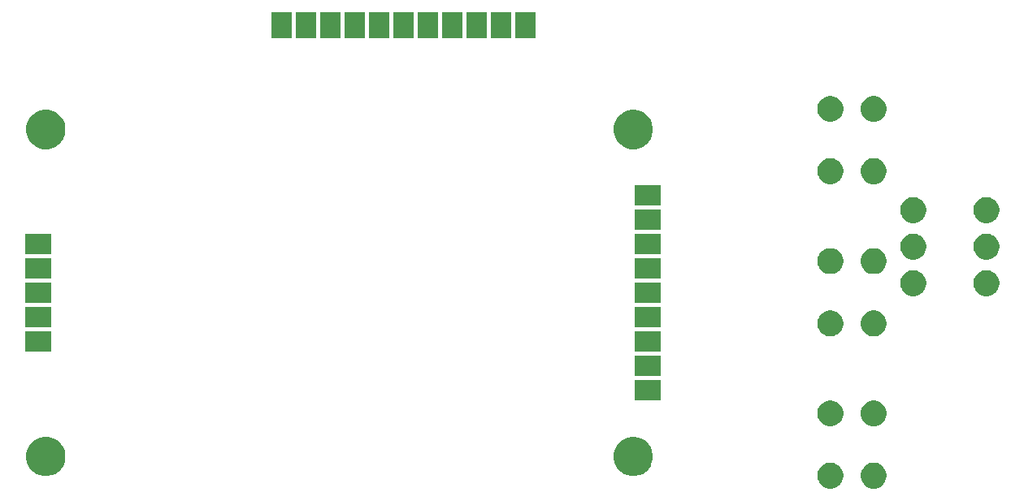
<source format=gbr>
G04 #@! TF.GenerationSoftware,KiCad,Pcbnew,(5.1.2)-1*
G04 #@! TF.CreationDate,2019-05-13T07:20:01+02:00*
G04 #@! TF.ProjectId,lcd board,6c636420-626f-4617-9264-2e6b69636164,rev?*
G04 #@! TF.SameCoordinates,Original*
G04 #@! TF.FileFunction,Soldermask,Top*
G04 #@! TF.FilePolarity,Negative*
%FSLAX46Y46*%
G04 Gerber Fmt 4.6, Leading zero omitted, Abs format (unit mm)*
G04 Created by KiCad (PCBNEW (5.1.2)-1) date 2019-05-13 07:20:01*
%MOMM*%
%LPD*%
G04 APERTURE LIST*
%ADD10C,0.100000*%
G04 APERTURE END LIST*
D10*
G36*
X181424072Y-55850918D02*
G01*
X181669939Y-55952759D01*
X181891212Y-56100610D01*
X182079390Y-56288788D01*
X182227241Y-56510061D01*
X182329082Y-56755928D01*
X182381000Y-57016938D01*
X182381000Y-57283062D01*
X182329082Y-57544072D01*
X182227241Y-57789939D01*
X182079390Y-58011212D01*
X181891212Y-58199390D01*
X181669939Y-58347241D01*
X181669938Y-58347242D01*
X181669937Y-58347242D01*
X181424072Y-58449082D01*
X181163063Y-58501000D01*
X180896937Y-58501000D01*
X180635928Y-58449082D01*
X180390063Y-58347242D01*
X180390062Y-58347242D01*
X180390061Y-58347241D01*
X180168788Y-58199390D01*
X179980610Y-58011212D01*
X179832759Y-57789939D01*
X179730918Y-57544072D01*
X179679000Y-57283062D01*
X179679000Y-57016938D01*
X179730918Y-56755928D01*
X179832759Y-56510061D01*
X179980610Y-56288788D01*
X180168788Y-56100610D01*
X180390061Y-55952759D01*
X180635928Y-55850918D01*
X180896937Y-55799000D01*
X181163063Y-55799000D01*
X181424072Y-55850918D01*
X181424072Y-55850918D01*
G37*
G36*
X176924072Y-55850918D02*
G01*
X177169939Y-55952759D01*
X177391212Y-56100610D01*
X177579390Y-56288788D01*
X177727241Y-56510061D01*
X177829082Y-56755928D01*
X177881000Y-57016938D01*
X177881000Y-57283062D01*
X177829082Y-57544072D01*
X177727241Y-57789939D01*
X177579390Y-58011212D01*
X177391212Y-58199390D01*
X177169939Y-58347241D01*
X177169938Y-58347242D01*
X177169937Y-58347242D01*
X176924072Y-58449082D01*
X176663063Y-58501000D01*
X176396937Y-58501000D01*
X176135928Y-58449082D01*
X175890063Y-58347242D01*
X175890062Y-58347242D01*
X175890061Y-58347241D01*
X175668788Y-58199390D01*
X175480610Y-58011212D01*
X175332759Y-57789939D01*
X175230918Y-57544072D01*
X175179000Y-57283062D01*
X175179000Y-57016938D01*
X175230918Y-56755928D01*
X175332759Y-56510061D01*
X175480610Y-56288788D01*
X175668788Y-56100610D01*
X175890061Y-55952759D01*
X176135928Y-55850918D01*
X176396937Y-55799000D01*
X176663063Y-55799000D01*
X176924072Y-55850918D01*
X176924072Y-55850918D01*
G37*
G36*
X95378254Y-53177818D02*
G01*
X95751511Y-53332426D01*
X95751513Y-53332427D01*
X96087436Y-53556884D01*
X96373116Y-53842564D01*
X96597574Y-54178489D01*
X96752182Y-54551746D01*
X96831000Y-54947993D01*
X96831000Y-55352007D01*
X96752182Y-55748254D01*
X96667473Y-55952759D01*
X96597573Y-56121513D01*
X96373116Y-56457436D01*
X96087436Y-56743116D01*
X95751513Y-56967573D01*
X95751512Y-56967574D01*
X95751511Y-56967574D01*
X95378254Y-57122182D01*
X94982007Y-57201000D01*
X94577993Y-57201000D01*
X94181746Y-57122182D01*
X93808489Y-56967574D01*
X93808488Y-56967574D01*
X93808487Y-56967573D01*
X93472564Y-56743116D01*
X93186884Y-56457436D01*
X92962427Y-56121513D01*
X92892527Y-55952759D01*
X92807818Y-55748254D01*
X92729000Y-55352007D01*
X92729000Y-54947993D01*
X92807818Y-54551746D01*
X92962426Y-54178489D01*
X93186884Y-53842564D01*
X93472564Y-53556884D01*
X93808487Y-53332427D01*
X93808489Y-53332426D01*
X94181746Y-53177818D01*
X94577993Y-53099000D01*
X94982007Y-53099000D01*
X95378254Y-53177818D01*
X95378254Y-53177818D01*
G37*
G36*
X156578254Y-53177818D02*
G01*
X156951511Y-53332426D01*
X156951513Y-53332427D01*
X157287436Y-53556884D01*
X157573116Y-53842564D01*
X157797574Y-54178489D01*
X157952182Y-54551746D01*
X158031000Y-54947993D01*
X158031000Y-55352007D01*
X157952182Y-55748254D01*
X157867473Y-55952759D01*
X157797573Y-56121513D01*
X157573116Y-56457436D01*
X157287436Y-56743116D01*
X156951513Y-56967573D01*
X156951512Y-56967574D01*
X156951511Y-56967574D01*
X156578254Y-57122182D01*
X156182007Y-57201000D01*
X155777993Y-57201000D01*
X155381746Y-57122182D01*
X155008489Y-56967574D01*
X155008488Y-56967574D01*
X155008487Y-56967573D01*
X154672564Y-56743116D01*
X154386884Y-56457436D01*
X154162427Y-56121513D01*
X154092527Y-55952759D01*
X154007818Y-55748254D01*
X153929000Y-55352007D01*
X153929000Y-54947993D01*
X154007818Y-54551746D01*
X154162426Y-54178489D01*
X154386884Y-53842564D01*
X154672564Y-53556884D01*
X155008487Y-53332427D01*
X155008489Y-53332426D01*
X155381746Y-53177818D01*
X155777993Y-53099000D01*
X156182007Y-53099000D01*
X156578254Y-53177818D01*
X156578254Y-53177818D01*
G37*
G36*
X181424072Y-49350918D02*
G01*
X181669939Y-49452759D01*
X181891212Y-49600610D01*
X182079390Y-49788788D01*
X182227241Y-50010061D01*
X182329082Y-50255928D01*
X182381000Y-50516938D01*
X182381000Y-50783062D01*
X182329082Y-51044072D01*
X182227241Y-51289939D01*
X182079390Y-51511212D01*
X181891212Y-51699390D01*
X181669939Y-51847241D01*
X181669938Y-51847242D01*
X181669937Y-51847242D01*
X181424072Y-51949082D01*
X181163063Y-52001000D01*
X180896937Y-52001000D01*
X180635928Y-51949082D01*
X180390063Y-51847242D01*
X180390062Y-51847242D01*
X180390061Y-51847241D01*
X180168788Y-51699390D01*
X179980610Y-51511212D01*
X179832759Y-51289939D01*
X179730918Y-51044072D01*
X179679000Y-50783062D01*
X179679000Y-50516938D01*
X179730918Y-50255928D01*
X179832759Y-50010061D01*
X179980610Y-49788788D01*
X180168788Y-49600610D01*
X180390061Y-49452759D01*
X180635928Y-49350918D01*
X180896937Y-49299000D01*
X181163063Y-49299000D01*
X181424072Y-49350918D01*
X181424072Y-49350918D01*
G37*
G36*
X176924072Y-49350918D02*
G01*
X177169939Y-49452759D01*
X177391212Y-49600610D01*
X177579390Y-49788788D01*
X177727241Y-50010061D01*
X177829082Y-50255928D01*
X177881000Y-50516938D01*
X177881000Y-50783062D01*
X177829082Y-51044072D01*
X177727241Y-51289939D01*
X177579390Y-51511212D01*
X177391212Y-51699390D01*
X177169939Y-51847241D01*
X177169938Y-51847242D01*
X177169937Y-51847242D01*
X176924072Y-51949082D01*
X176663063Y-52001000D01*
X176396937Y-52001000D01*
X176135928Y-51949082D01*
X175890063Y-51847242D01*
X175890062Y-51847242D01*
X175890061Y-51847241D01*
X175668788Y-51699390D01*
X175480610Y-51511212D01*
X175332759Y-51289939D01*
X175230918Y-51044072D01*
X175179000Y-50783062D01*
X175179000Y-50516938D01*
X175230918Y-50255928D01*
X175332759Y-50010061D01*
X175480610Y-49788788D01*
X175668788Y-49600610D01*
X175890061Y-49452759D01*
X176135928Y-49350918D01*
X176396937Y-49299000D01*
X176663063Y-49299000D01*
X176924072Y-49350918D01*
X176924072Y-49350918D01*
G37*
G36*
X158831000Y-49311000D02*
G01*
X156129000Y-49311000D01*
X156129000Y-47209000D01*
X158831000Y-47209000D01*
X158831000Y-49311000D01*
X158831000Y-49311000D01*
G37*
G36*
X158831000Y-46771000D02*
G01*
X156129000Y-46771000D01*
X156129000Y-44669000D01*
X158831000Y-44669000D01*
X158831000Y-46771000D01*
X158831000Y-46771000D01*
G37*
G36*
X158831000Y-44231000D02*
G01*
X156129000Y-44231000D01*
X156129000Y-42129000D01*
X158831000Y-42129000D01*
X158831000Y-44231000D01*
X158831000Y-44231000D01*
G37*
G36*
X95311000Y-44231000D02*
G01*
X92609000Y-44231000D01*
X92609000Y-42129000D01*
X95311000Y-42129000D01*
X95311000Y-44231000D01*
X95311000Y-44231000D01*
G37*
G36*
X181424072Y-39975918D02*
G01*
X181669939Y-40077759D01*
X181891212Y-40225610D01*
X182079390Y-40413788D01*
X182227241Y-40635061D01*
X182329082Y-40880928D01*
X182381000Y-41141938D01*
X182381000Y-41408062D01*
X182329082Y-41669072D01*
X182227241Y-41914939D01*
X182079390Y-42136212D01*
X181891212Y-42324390D01*
X181669939Y-42472241D01*
X181669938Y-42472242D01*
X181669937Y-42472242D01*
X181424072Y-42574082D01*
X181163063Y-42626000D01*
X180896937Y-42626000D01*
X180635928Y-42574082D01*
X180390063Y-42472242D01*
X180390062Y-42472242D01*
X180390061Y-42472241D01*
X180168788Y-42324390D01*
X179980610Y-42136212D01*
X179832759Y-41914939D01*
X179730918Y-41669072D01*
X179679000Y-41408062D01*
X179679000Y-41141938D01*
X179730918Y-40880928D01*
X179832759Y-40635061D01*
X179980610Y-40413788D01*
X180168788Y-40225610D01*
X180390061Y-40077759D01*
X180635928Y-39975918D01*
X180896937Y-39924000D01*
X181163063Y-39924000D01*
X181424072Y-39975918D01*
X181424072Y-39975918D01*
G37*
G36*
X176924072Y-39975918D02*
G01*
X177169939Y-40077759D01*
X177391212Y-40225610D01*
X177579390Y-40413788D01*
X177727241Y-40635061D01*
X177829082Y-40880928D01*
X177881000Y-41141938D01*
X177881000Y-41408062D01*
X177829082Y-41669072D01*
X177727241Y-41914939D01*
X177579390Y-42136212D01*
X177391212Y-42324390D01*
X177169939Y-42472241D01*
X177169938Y-42472242D01*
X177169937Y-42472242D01*
X176924072Y-42574082D01*
X176663063Y-42626000D01*
X176396937Y-42626000D01*
X176135928Y-42574082D01*
X175890063Y-42472242D01*
X175890062Y-42472242D01*
X175890061Y-42472241D01*
X175668788Y-42324390D01*
X175480610Y-42136212D01*
X175332759Y-41914939D01*
X175230918Y-41669072D01*
X175179000Y-41408062D01*
X175179000Y-41141938D01*
X175230918Y-40880928D01*
X175332759Y-40635061D01*
X175480610Y-40413788D01*
X175668788Y-40225610D01*
X175890061Y-40077759D01*
X176135928Y-39975918D01*
X176396937Y-39924000D01*
X176663063Y-39924000D01*
X176924072Y-39975918D01*
X176924072Y-39975918D01*
G37*
G36*
X158831000Y-41691000D02*
G01*
X156129000Y-41691000D01*
X156129000Y-39589000D01*
X158831000Y-39589000D01*
X158831000Y-41691000D01*
X158831000Y-41691000D01*
G37*
G36*
X95311000Y-41691000D02*
G01*
X92609000Y-41691000D01*
X92609000Y-39589000D01*
X95311000Y-39589000D01*
X95311000Y-41691000D01*
X95311000Y-41691000D01*
G37*
G36*
X158831000Y-39151000D02*
G01*
X156129000Y-39151000D01*
X156129000Y-37049000D01*
X158831000Y-37049000D01*
X158831000Y-39151000D01*
X158831000Y-39151000D01*
G37*
G36*
X95311000Y-39151000D02*
G01*
X92609000Y-39151000D01*
X92609000Y-37049000D01*
X95311000Y-37049000D01*
X95311000Y-39151000D01*
X95311000Y-39151000D01*
G37*
G36*
X185560072Y-35784918D02*
G01*
X185805939Y-35886759D01*
X186027212Y-36034610D01*
X186215390Y-36222788D01*
X186363241Y-36444061D01*
X186465082Y-36689928D01*
X186517000Y-36950938D01*
X186517000Y-37217062D01*
X186465082Y-37478072D01*
X186363241Y-37723939D01*
X186215390Y-37945212D01*
X186027212Y-38133390D01*
X185805939Y-38281241D01*
X185805938Y-38281242D01*
X185805937Y-38281242D01*
X185560072Y-38383082D01*
X185299063Y-38435000D01*
X185032937Y-38435000D01*
X184771928Y-38383082D01*
X184526063Y-38281242D01*
X184526062Y-38281242D01*
X184526061Y-38281241D01*
X184304788Y-38133390D01*
X184116610Y-37945212D01*
X183968759Y-37723939D01*
X183866918Y-37478072D01*
X183815000Y-37217062D01*
X183815000Y-36950938D01*
X183866918Y-36689928D01*
X183968759Y-36444061D01*
X184116610Y-36222788D01*
X184304788Y-36034610D01*
X184526061Y-35886759D01*
X184771928Y-35784918D01*
X185032937Y-35733000D01*
X185299063Y-35733000D01*
X185560072Y-35784918D01*
X185560072Y-35784918D01*
G37*
G36*
X193180072Y-35784918D02*
G01*
X193425939Y-35886759D01*
X193647212Y-36034610D01*
X193835390Y-36222788D01*
X193983241Y-36444061D01*
X194085082Y-36689928D01*
X194137000Y-36950938D01*
X194137000Y-37217062D01*
X194085082Y-37478072D01*
X193983241Y-37723939D01*
X193835390Y-37945212D01*
X193647212Y-38133390D01*
X193425939Y-38281241D01*
X193425938Y-38281242D01*
X193425937Y-38281242D01*
X193180072Y-38383082D01*
X192919063Y-38435000D01*
X192652937Y-38435000D01*
X192391928Y-38383082D01*
X192146063Y-38281242D01*
X192146062Y-38281242D01*
X192146061Y-38281241D01*
X191924788Y-38133390D01*
X191736610Y-37945212D01*
X191588759Y-37723939D01*
X191486918Y-37478072D01*
X191435000Y-37217062D01*
X191435000Y-36950938D01*
X191486918Y-36689928D01*
X191588759Y-36444061D01*
X191736610Y-36222788D01*
X191924788Y-36034610D01*
X192146061Y-35886759D01*
X192391928Y-35784918D01*
X192652937Y-35733000D01*
X192919063Y-35733000D01*
X193180072Y-35784918D01*
X193180072Y-35784918D01*
G37*
G36*
X95311000Y-36611000D02*
G01*
X92609000Y-36611000D01*
X92609000Y-34509000D01*
X95311000Y-34509000D01*
X95311000Y-36611000D01*
X95311000Y-36611000D01*
G37*
G36*
X158831000Y-36611000D02*
G01*
X156129000Y-36611000D01*
X156129000Y-34509000D01*
X158831000Y-34509000D01*
X158831000Y-36611000D01*
X158831000Y-36611000D01*
G37*
G36*
X181424072Y-33475918D02*
G01*
X181669939Y-33577759D01*
X181781328Y-33652187D01*
X181891211Y-33725609D01*
X182079391Y-33913789D01*
X182227242Y-34135063D01*
X182329082Y-34380928D01*
X182381000Y-34641938D01*
X182381000Y-34908062D01*
X182329082Y-35169072D01*
X182227241Y-35414939D01*
X182079390Y-35636212D01*
X181891212Y-35824390D01*
X181669939Y-35972241D01*
X181669938Y-35972242D01*
X181669937Y-35972242D01*
X181424072Y-36074082D01*
X181163063Y-36126000D01*
X180896937Y-36126000D01*
X180635928Y-36074082D01*
X180390063Y-35972242D01*
X180390062Y-35972242D01*
X180390061Y-35972241D01*
X180168788Y-35824390D01*
X179980610Y-35636212D01*
X179832759Y-35414939D01*
X179730918Y-35169072D01*
X179679000Y-34908062D01*
X179679000Y-34641938D01*
X179730918Y-34380928D01*
X179832758Y-34135063D01*
X179980609Y-33913789D01*
X180168789Y-33725609D01*
X180278672Y-33652187D01*
X180390061Y-33577759D01*
X180635928Y-33475918D01*
X180896937Y-33424000D01*
X181163063Y-33424000D01*
X181424072Y-33475918D01*
X181424072Y-33475918D01*
G37*
G36*
X176924072Y-33475918D02*
G01*
X177169939Y-33577759D01*
X177281328Y-33652187D01*
X177391211Y-33725609D01*
X177579391Y-33913789D01*
X177727242Y-34135063D01*
X177829082Y-34380928D01*
X177881000Y-34641938D01*
X177881000Y-34908062D01*
X177829082Y-35169072D01*
X177727241Y-35414939D01*
X177579390Y-35636212D01*
X177391212Y-35824390D01*
X177169939Y-35972241D01*
X177169938Y-35972242D01*
X177169937Y-35972242D01*
X176924072Y-36074082D01*
X176663063Y-36126000D01*
X176396937Y-36126000D01*
X176135928Y-36074082D01*
X175890063Y-35972242D01*
X175890062Y-35972242D01*
X175890061Y-35972241D01*
X175668788Y-35824390D01*
X175480610Y-35636212D01*
X175332759Y-35414939D01*
X175230918Y-35169072D01*
X175179000Y-34908062D01*
X175179000Y-34641938D01*
X175230918Y-34380928D01*
X175332758Y-34135063D01*
X175480609Y-33913789D01*
X175668789Y-33725609D01*
X175778672Y-33652187D01*
X175890061Y-33577759D01*
X176135928Y-33475918D01*
X176396937Y-33424000D01*
X176663063Y-33424000D01*
X176924072Y-33475918D01*
X176924072Y-33475918D01*
G37*
G36*
X185530320Y-31969000D02*
G01*
X185560072Y-31974918D01*
X185805939Y-32076759D01*
X185917328Y-32151187D01*
X186027211Y-32224609D01*
X186215391Y-32412789D01*
X186363242Y-32634063D01*
X186465082Y-32879928D01*
X186517000Y-33140937D01*
X186517000Y-33407063D01*
X186465082Y-33668072D01*
X186363242Y-33913937D01*
X186258296Y-34071000D01*
X186215390Y-34135212D01*
X186027212Y-34323390D01*
X185805939Y-34471241D01*
X185805938Y-34471242D01*
X185805937Y-34471242D01*
X185560072Y-34573082D01*
X185299063Y-34625000D01*
X185032937Y-34625000D01*
X184771928Y-34573082D01*
X184526063Y-34471242D01*
X184526062Y-34471242D01*
X184526061Y-34471241D01*
X184304788Y-34323390D01*
X184116610Y-34135212D01*
X184073705Y-34071000D01*
X183968758Y-33913937D01*
X183866918Y-33668072D01*
X183815000Y-33407063D01*
X183815000Y-33140937D01*
X183866918Y-32879928D01*
X183968758Y-32634063D01*
X184116609Y-32412789D01*
X184304789Y-32224609D01*
X184414672Y-32151187D01*
X184526061Y-32076759D01*
X184771928Y-31974918D01*
X184801680Y-31969000D01*
X185032937Y-31923000D01*
X185299063Y-31923000D01*
X185530320Y-31969000D01*
X185530320Y-31969000D01*
G37*
G36*
X193150320Y-31969000D02*
G01*
X193180072Y-31974918D01*
X193425939Y-32076759D01*
X193537328Y-32151187D01*
X193647211Y-32224609D01*
X193835391Y-32412789D01*
X193983242Y-32634063D01*
X194085082Y-32879928D01*
X194137000Y-33140937D01*
X194137000Y-33407063D01*
X194085082Y-33668072D01*
X193983242Y-33913937D01*
X193878296Y-34071000D01*
X193835390Y-34135212D01*
X193647212Y-34323390D01*
X193425939Y-34471241D01*
X193425938Y-34471242D01*
X193425937Y-34471242D01*
X193180072Y-34573082D01*
X192919063Y-34625000D01*
X192652937Y-34625000D01*
X192391928Y-34573082D01*
X192146063Y-34471242D01*
X192146062Y-34471242D01*
X192146061Y-34471241D01*
X191924788Y-34323390D01*
X191736610Y-34135212D01*
X191693705Y-34071000D01*
X191588758Y-33913937D01*
X191486918Y-33668072D01*
X191435000Y-33407063D01*
X191435000Y-33140937D01*
X191486918Y-32879928D01*
X191588758Y-32634063D01*
X191736609Y-32412789D01*
X191924789Y-32224609D01*
X192034672Y-32151187D01*
X192146061Y-32076759D01*
X192391928Y-31974918D01*
X192421680Y-31969000D01*
X192652937Y-31923000D01*
X192919063Y-31923000D01*
X193150320Y-31969000D01*
X193150320Y-31969000D01*
G37*
G36*
X158831000Y-34071000D02*
G01*
X156129000Y-34071000D01*
X156129000Y-31969000D01*
X158831000Y-31969000D01*
X158831000Y-34071000D01*
X158831000Y-34071000D01*
G37*
G36*
X95311000Y-34071000D02*
G01*
X92609000Y-34071000D01*
X92609000Y-31969000D01*
X95311000Y-31969000D01*
X95311000Y-34071000D01*
X95311000Y-34071000D01*
G37*
G36*
X158831000Y-31531000D02*
G01*
X156129000Y-31531000D01*
X156129000Y-29429000D01*
X158831000Y-29429000D01*
X158831000Y-31531000D01*
X158831000Y-31531000D01*
G37*
G36*
X193180072Y-28164918D02*
G01*
X193425939Y-28266759D01*
X193647212Y-28414610D01*
X193835390Y-28602788D01*
X193983241Y-28824061D01*
X194085082Y-29069928D01*
X194137000Y-29330938D01*
X194137000Y-29597062D01*
X194085082Y-29858072D01*
X193983241Y-30103939D01*
X193835390Y-30325212D01*
X193647212Y-30513390D01*
X193425939Y-30661241D01*
X193425938Y-30661242D01*
X193425937Y-30661242D01*
X193180072Y-30763082D01*
X192919063Y-30815000D01*
X192652937Y-30815000D01*
X192391928Y-30763082D01*
X192146063Y-30661242D01*
X192146062Y-30661242D01*
X192146061Y-30661241D01*
X191924788Y-30513390D01*
X191736610Y-30325212D01*
X191588759Y-30103939D01*
X191486918Y-29858072D01*
X191435000Y-29597062D01*
X191435000Y-29330938D01*
X191486918Y-29069928D01*
X191588759Y-28824061D01*
X191736610Y-28602788D01*
X191924788Y-28414610D01*
X192146061Y-28266759D01*
X192391928Y-28164918D01*
X192652937Y-28113000D01*
X192919063Y-28113000D01*
X193180072Y-28164918D01*
X193180072Y-28164918D01*
G37*
G36*
X185560072Y-28164918D02*
G01*
X185805939Y-28266759D01*
X186027212Y-28414610D01*
X186215390Y-28602788D01*
X186363241Y-28824061D01*
X186465082Y-29069928D01*
X186517000Y-29330938D01*
X186517000Y-29597062D01*
X186465082Y-29858072D01*
X186363241Y-30103939D01*
X186215390Y-30325212D01*
X186027212Y-30513390D01*
X185805939Y-30661241D01*
X185805938Y-30661242D01*
X185805937Y-30661242D01*
X185560072Y-30763082D01*
X185299063Y-30815000D01*
X185032937Y-30815000D01*
X184771928Y-30763082D01*
X184526063Y-30661242D01*
X184526062Y-30661242D01*
X184526061Y-30661241D01*
X184304788Y-30513390D01*
X184116610Y-30325212D01*
X183968759Y-30103939D01*
X183866918Y-29858072D01*
X183815000Y-29597062D01*
X183815000Y-29330938D01*
X183866918Y-29069928D01*
X183968759Y-28824061D01*
X184116610Y-28602788D01*
X184304788Y-28414610D01*
X184526061Y-28266759D01*
X184771928Y-28164918D01*
X185032937Y-28113000D01*
X185299063Y-28113000D01*
X185560072Y-28164918D01*
X185560072Y-28164918D01*
G37*
G36*
X158831000Y-28991000D02*
G01*
X156129000Y-28991000D01*
X156129000Y-26889000D01*
X158831000Y-26889000D01*
X158831000Y-28991000D01*
X158831000Y-28991000D01*
G37*
G36*
X181424072Y-24100918D02*
G01*
X181669939Y-24202759D01*
X181891212Y-24350610D01*
X182079390Y-24538788D01*
X182227241Y-24760061D01*
X182329082Y-25005928D01*
X182381000Y-25266938D01*
X182381000Y-25533062D01*
X182329082Y-25794072D01*
X182227241Y-26039939D01*
X182079390Y-26261212D01*
X181891212Y-26449390D01*
X181669939Y-26597241D01*
X181669938Y-26597242D01*
X181669937Y-26597242D01*
X181424072Y-26699082D01*
X181163063Y-26751000D01*
X180896937Y-26751000D01*
X180635928Y-26699082D01*
X180390063Y-26597242D01*
X180390062Y-26597242D01*
X180390061Y-26597241D01*
X180168788Y-26449390D01*
X179980610Y-26261212D01*
X179832759Y-26039939D01*
X179730918Y-25794072D01*
X179679000Y-25533062D01*
X179679000Y-25266938D01*
X179730918Y-25005928D01*
X179832759Y-24760061D01*
X179980610Y-24538788D01*
X180168788Y-24350610D01*
X180390061Y-24202759D01*
X180635928Y-24100918D01*
X180896937Y-24049000D01*
X181163063Y-24049000D01*
X181424072Y-24100918D01*
X181424072Y-24100918D01*
G37*
G36*
X176924072Y-24100918D02*
G01*
X177169939Y-24202759D01*
X177391212Y-24350610D01*
X177579390Y-24538788D01*
X177727241Y-24760061D01*
X177829082Y-25005928D01*
X177881000Y-25266938D01*
X177881000Y-25533062D01*
X177829082Y-25794072D01*
X177727241Y-26039939D01*
X177579390Y-26261212D01*
X177391212Y-26449390D01*
X177169939Y-26597241D01*
X177169938Y-26597242D01*
X177169937Y-26597242D01*
X176924072Y-26699082D01*
X176663063Y-26751000D01*
X176396937Y-26751000D01*
X176135928Y-26699082D01*
X175890063Y-26597242D01*
X175890062Y-26597242D01*
X175890061Y-26597241D01*
X175668788Y-26449390D01*
X175480610Y-26261212D01*
X175332759Y-26039939D01*
X175230918Y-25794072D01*
X175179000Y-25533062D01*
X175179000Y-25266938D01*
X175230918Y-25005928D01*
X175332759Y-24760061D01*
X175480610Y-24538788D01*
X175668788Y-24350610D01*
X175890061Y-24202759D01*
X176135928Y-24100918D01*
X176396937Y-24049000D01*
X176663063Y-24049000D01*
X176924072Y-24100918D01*
X176924072Y-24100918D01*
G37*
G36*
X156578254Y-19077818D02*
G01*
X156951511Y-19232426D01*
X156951513Y-19232427D01*
X157287436Y-19456884D01*
X157573116Y-19742564D01*
X157711314Y-19949391D01*
X157797574Y-20078489D01*
X157952182Y-20451746D01*
X158031000Y-20847993D01*
X158031000Y-21252007D01*
X157952182Y-21648254D01*
X157882420Y-21816674D01*
X157797573Y-22021513D01*
X157573116Y-22357436D01*
X157287436Y-22643116D01*
X156951513Y-22867573D01*
X156951512Y-22867574D01*
X156951511Y-22867574D01*
X156578254Y-23022182D01*
X156182007Y-23101000D01*
X155777993Y-23101000D01*
X155381746Y-23022182D01*
X155008489Y-22867574D01*
X155008488Y-22867574D01*
X155008487Y-22867573D01*
X154672564Y-22643116D01*
X154386884Y-22357436D01*
X154162427Y-22021513D01*
X154077580Y-21816674D01*
X154007818Y-21648254D01*
X153929000Y-21252007D01*
X153929000Y-20847993D01*
X154007818Y-20451746D01*
X154162426Y-20078489D01*
X154248687Y-19949391D01*
X154386884Y-19742564D01*
X154672564Y-19456884D01*
X155008487Y-19232427D01*
X155008489Y-19232426D01*
X155381746Y-19077818D01*
X155777993Y-18999000D01*
X156182007Y-18999000D01*
X156578254Y-19077818D01*
X156578254Y-19077818D01*
G37*
G36*
X95378254Y-19077818D02*
G01*
X95751511Y-19232426D01*
X95751513Y-19232427D01*
X96087436Y-19456884D01*
X96373116Y-19742564D01*
X96511314Y-19949391D01*
X96597574Y-20078489D01*
X96752182Y-20451746D01*
X96831000Y-20847993D01*
X96831000Y-21252007D01*
X96752182Y-21648254D01*
X96682420Y-21816674D01*
X96597573Y-22021513D01*
X96373116Y-22357436D01*
X96087436Y-22643116D01*
X95751513Y-22867573D01*
X95751512Y-22867574D01*
X95751511Y-22867574D01*
X95378254Y-23022182D01*
X94982007Y-23101000D01*
X94577993Y-23101000D01*
X94181746Y-23022182D01*
X93808489Y-22867574D01*
X93808488Y-22867574D01*
X93808487Y-22867573D01*
X93472564Y-22643116D01*
X93186884Y-22357436D01*
X92962427Y-22021513D01*
X92877580Y-21816674D01*
X92807818Y-21648254D01*
X92729000Y-21252007D01*
X92729000Y-20847993D01*
X92807818Y-20451746D01*
X92962426Y-20078489D01*
X93048687Y-19949391D01*
X93186884Y-19742564D01*
X93472564Y-19456884D01*
X93808487Y-19232427D01*
X93808489Y-19232426D01*
X94181746Y-19077818D01*
X94577993Y-18999000D01*
X94982007Y-18999000D01*
X95378254Y-19077818D01*
X95378254Y-19077818D01*
G37*
G36*
X176924072Y-17600918D02*
G01*
X177169939Y-17702759D01*
X177281328Y-17777187D01*
X177391211Y-17850609D01*
X177579391Y-18038789D01*
X177727242Y-18260063D01*
X177829082Y-18505928D01*
X177881000Y-18766937D01*
X177881000Y-19033063D01*
X177829082Y-19294072D01*
X177727242Y-19539937D01*
X177591851Y-19742564D01*
X177579390Y-19761212D01*
X177391212Y-19949390D01*
X177169939Y-20097241D01*
X177169938Y-20097242D01*
X177169937Y-20097242D01*
X176924072Y-20199082D01*
X176663063Y-20251000D01*
X176396937Y-20251000D01*
X176135928Y-20199082D01*
X175890063Y-20097242D01*
X175890062Y-20097242D01*
X175890061Y-20097241D01*
X175668788Y-19949390D01*
X175480610Y-19761212D01*
X175468150Y-19742564D01*
X175332758Y-19539937D01*
X175230918Y-19294072D01*
X175179000Y-19033063D01*
X175179000Y-18766937D01*
X175230918Y-18505928D01*
X175332758Y-18260063D01*
X175480609Y-18038789D01*
X175668789Y-17850609D01*
X175778672Y-17777187D01*
X175890061Y-17702759D01*
X176135928Y-17600918D01*
X176396937Y-17549000D01*
X176663063Y-17549000D01*
X176924072Y-17600918D01*
X176924072Y-17600918D01*
G37*
G36*
X181424072Y-17600918D02*
G01*
X181669939Y-17702759D01*
X181781328Y-17777187D01*
X181891211Y-17850609D01*
X182079391Y-18038789D01*
X182227242Y-18260063D01*
X182329082Y-18505928D01*
X182381000Y-18766937D01*
X182381000Y-19033063D01*
X182329082Y-19294072D01*
X182227242Y-19539937D01*
X182091851Y-19742564D01*
X182079390Y-19761212D01*
X181891212Y-19949390D01*
X181669939Y-20097241D01*
X181669938Y-20097242D01*
X181669937Y-20097242D01*
X181424072Y-20199082D01*
X181163063Y-20251000D01*
X180896937Y-20251000D01*
X180635928Y-20199082D01*
X180390063Y-20097242D01*
X180390062Y-20097242D01*
X180390061Y-20097241D01*
X180168788Y-19949390D01*
X179980610Y-19761212D01*
X179968150Y-19742564D01*
X179832758Y-19539937D01*
X179730918Y-19294072D01*
X179679000Y-19033063D01*
X179679000Y-18766937D01*
X179730918Y-18505928D01*
X179832758Y-18260063D01*
X179980609Y-18038789D01*
X180168789Y-17850609D01*
X180278672Y-17777187D01*
X180390061Y-17702759D01*
X180635928Y-17600918D01*
X180896937Y-17549000D01*
X181163063Y-17549000D01*
X181424072Y-17600918D01*
X181424072Y-17600918D01*
G37*
G36*
X130591000Y-11511000D02*
G01*
X128489000Y-11511000D01*
X128489000Y-8809000D01*
X130591000Y-8809000D01*
X130591000Y-11511000D01*
X130591000Y-11511000D01*
G37*
G36*
X145831000Y-11511000D02*
G01*
X143729000Y-11511000D01*
X143729000Y-8809000D01*
X145831000Y-8809000D01*
X145831000Y-11511000D01*
X145831000Y-11511000D01*
G37*
G36*
X143291000Y-11511000D02*
G01*
X141189000Y-11511000D01*
X141189000Y-8809000D01*
X143291000Y-8809000D01*
X143291000Y-11511000D01*
X143291000Y-11511000D01*
G37*
G36*
X140751000Y-11511000D02*
G01*
X138649000Y-11511000D01*
X138649000Y-8809000D01*
X140751000Y-8809000D01*
X140751000Y-11511000D01*
X140751000Y-11511000D01*
G37*
G36*
X138211000Y-11511000D02*
G01*
X136109000Y-11511000D01*
X136109000Y-8809000D01*
X138211000Y-8809000D01*
X138211000Y-11511000D01*
X138211000Y-11511000D01*
G37*
G36*
X128051000Y-11511000D02*
G01*
X125949000Y-11511000D01*
X125949000Y-8809000D01*
X128051000Y-8809000D01*
X128051000Y-11511000D01*
X128051000Y-11511000D01*
G37*
G36*
X122971000Y-11511000D02*
G01*
X120869000Y-11511000D01*
X120869000Y-8809000D01*
X122971000Y-8809000D01*
X122971000Y-11511000D01*
X122971000Y-11511000D01*
G37*
G36*
X135671000Y-11511000D02*
G01*
X133569000Y-11511000D01*
X133569000Y-8809000D01*
X135671000Y-8809000D01*
X135671000Y-11511000D01*
X135671000Y-11511000D01*
G37*
G36*
X133131000Y-11511000D02*
G01*
X131029000Y-11511000D01*
X131029000Y-8809000D01*
X133131000Y-8809000D01*
X133131000Y-11511000D01*
X133131000Y-11511000D01*
G37*
G36*
X125511000Y-11511000D02*
G01*
X123409000Y-11511000D01*
X123409000Y-8809000D01*
X125511000Y-8809000D01*
X125511000Y-11511000D01*
X125511000Y-11511000D01*
G37*
G36*
X120431000Y-11511000D02*
G01*
X118329000Y-11511000D01*
X118329000Y-8809000D01*
X120431000Y-8809000D01*
X120431000Y-11511000D01*
X120431000Y-11511000D01*
G37*
M02*

</source>
